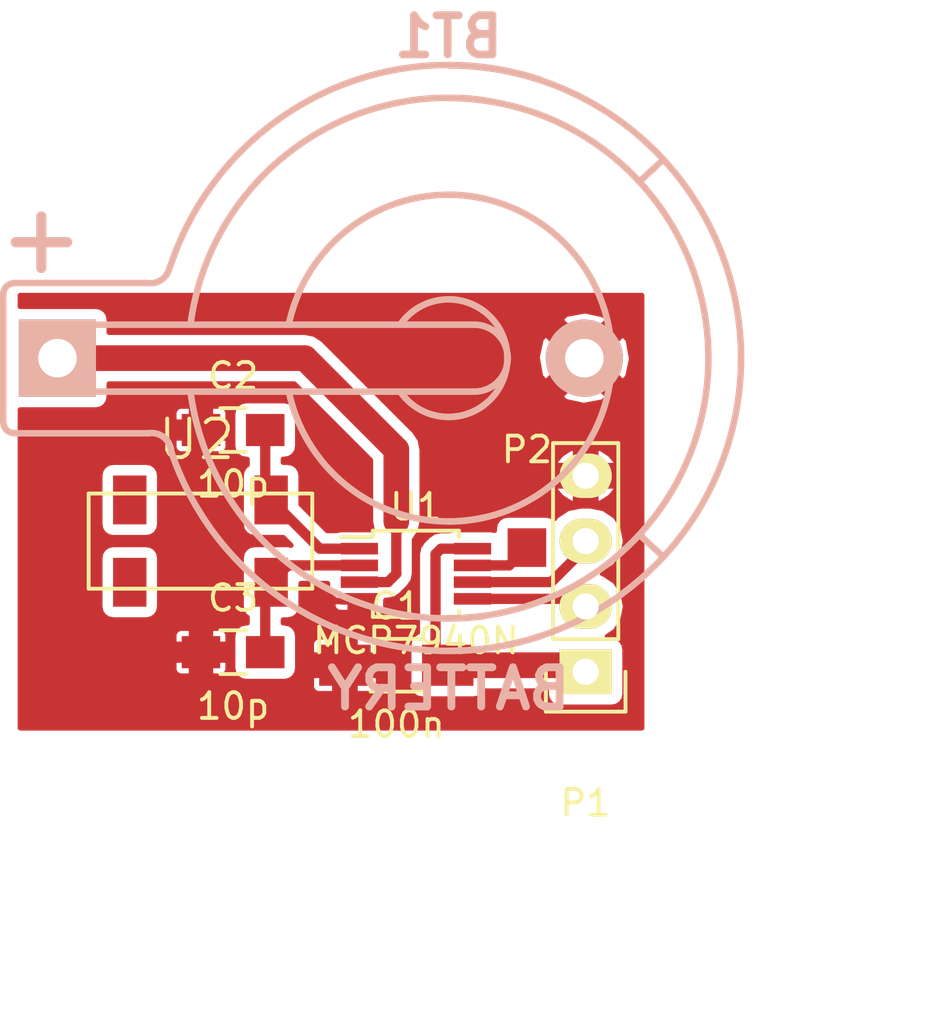
<source format=kicad_pcb>
(kicad_pcb (version 4) (host pcbnew 0.201503020946+5465~21~ubuntu14.04.1-product)

  (general
    (links 15)
    (no_connects 1)
    (area 0 0 0 0)
    (thickness 1.6)
    (drawings 4)
    (tracks 27)
    (zones 0)
    (modules 8)
    (nets 9)
  )

  (page A4)
  (layers
    (0 F.Cu signal)
    (31 B.Cu signal)
    (32 B.Adhes user)
    (33 F.Adhes user)
    (34 B.Paste user)
    (35 F.Paste user)
    (36 B.SilkS user)
    (37 F.SilkS user)
    (38 B.Mask user)
    (39 F.Mask user)
    (40 Dwgs.User user)
    (41 Cmts.User user)
    (42 Eco1.User user)
    (43 Eco2.User user)
    (44 Edge.Cuts user)
    (45 Margin user)
    (46 B.CrtYd user)
    (47 F.CrtYd user)
    (48 B.Fab user)
    (49 F.Fab user)
  )

  (setup
    (last_trace_width 0.4)
    (user_trace_width 1)
    (trace_clearance 0.2)
    (zone_clearance 0.4)
    (zone_45_only no)
    (trace_min 0.254)
    (segment_width 0.2)
    (edge_width 0.1)
    (via_size 0.889)
    (via_drill 0.635)
    (via_min_size 0.889)
    (via_min_drill 0.508)
    (uvia_size 0.508)
    (uvia_drill 0.127)
    (uvias_allowed no)
    (uvia_min_size 0.508)
    (uvia_min_drill 0.127)
    (pcb_text_width 0.3)
    (pcb_text_size 1.5 1.5)
    (mod_edge_width 0.15)
    (mod_text_size 1 1)
    (mod_text_width 0.15)
    (pad_size 1.5 1.5)
    (pad_drill 0.6)
    (pad_to_mask_clearance 0)
    (aux_axis_origin 0 0)
    (visible_elements FFFCFF7F)
    (pcbplotparams
      (layerselection 0x00000_00000001)
      (usegerberextensions false)
      (excludeedgelayer true)
      (linewidth 0.100000)
      (plotframeref false)
      (viasonmask false)
      (mode 1)
      (useauxorigin false)
      (hpglpennumber 1)
      (hpglpenspeed 20)
      (hpglpendiameter 15)
      (hpglpenoverlay 2)
      (psnegative false)
      (psa4output false)
      (plotreference true)
      (plotvalue true)
      (plotinvisibletext false)
      (padsonsilk false)
      (subtractmaskfromsilk false)
      (outputformat 4)
      (mirror true)
      (drillshape 1)
      (scaleselection 1)
      (outputdirectory ""))
  )

  (net 0 "")
  (net 1 GND)
  (net 2 +3V3)
  (net 3 "Net-(C2-Pad2)")
  (net 4 "Net-(C3-Pad2)")
  (net 5 "Net-(P1-Pad2)")
  (net 6 "Net-(P1-Pad3)")
  (net 7 "Net-(P2-Pad1)")
  (net 8 "Net-(BT1-Pad1)")

  (net_class Default "Dies ist die voreingestellte Netzklasse."
    (clearance 0.2)
    (trace_width 0.4)
    (via_dia 0.889)
    (via_drill 0.635)
    (uvia_dia 0.508)
    (uvia_drill 0.127)
    (add_net +3V3)
    (add_net GND)
    (add_net "Net-(BT1-Pad1)")
    (add_net "Net-(C2-Pad2)")
    (add_net "Net-(C3-Pad2)")
    (add_net "Net-(P1-Pad2)")
    (add_net "Net-(P1-Pad3)")
    (add_net "Net-(P2-Pad1)")
  )

  (module footprints:keystone_103 (layer B.Cu) (tedit 55033BA2) (tstamp 55033D5B)
    (at 162.052 98.298 180)
    (descr "Keystone type 103 battery holder")
    (path /55000DD9)
    (fp_text reference BT1 (at 0 12.4968 180) (layer B.SilkS)
      (effects (font (thickness 0.3048)) (justify mirror))
    )
    (fp_text value BATTERY (at 0 -12.8524 180) (layer B.SilkS)
      (effects (font (thickness 0.3048)) (justify mirror))
    )
    (fp_line (start -8.3566 -7.7216) (end -7.4422 -6.8834) (layer B.SilkS) (width 0.254))
    (fp_line (start -8.3566 7.7216) (end -7.4168 6.858) (layer B.SilkS) (width 0.254))
    (fp_arc (start 0 0) (end -1.3716 1.8288) (angle -90) (layer B.SilkS) (width 0.254))
    (fp_arc (start 0 0) (end 1.8288 -1.3716) (angle -90) (layer B.SilkS) (width 0.254))
    (fp_arc (start 0 0) (end 0 -2.286) (angle -90) (layer B.SilkS) (width 0.254))
    (fp_arc (start 0 0) (end -2.286 0) (angle -90) (layer B.SilkS) (width 0.254))
    (fp_arc (start 0 0) (end 6.1976 -1.3716) (angle -90) (layer B.SilkS) (width 0.254))
    (fp_arc (start 0 0) (end -1.397 6.1976) (angle -90) (layer B.SilkS) (width 0.254))
    (fp_arc (start 0 0) (end 0 -6.35) (angle -90) (layer B.SilkS) (width 0.254))
    (fp_arc (start 0 0) (end -6.35 -0.0254) (angle -90) (layer B.SilkS) (width 0.254))
    (fp_arc (start 0 0) (end -1.3462 10.033) (angle -90) (layer B.SilkS) (width 0.254))
    (fp_arc (start 0 0) (end 10.033 -1.3462) (angle -90) (layer B.SilkS) (width 0.254))
    (fp_arc (start 0 0) (end 0 -10.1092) (angle -90) (layer B.SilkS) (width 0.254))
    (fp_arc (start 0 0) (end -10.1092 0) (angle -90) (layer B.SilkS) (width 0.254))
    (fp_line (start 11.684 2.921) (end 16.891 2.921) (layer B.SilkS) (width 0.254))
    (fp_arc (start 0 0) (end -3.5814 10.8204) (angle -90) (layer B.SilkS) (width 0.254))
    (fp_line (start 16.891 -2.921) (end 11.684 -2.921) (layer B.SilkS) (width 0.254))
    (fp_arc (start 0 0) (end 10.795 -3.6068) (angle -90) (layer B.SilkS) (width 0.254))
    (fp_line (start 17.3228 2.54) (end 17.3228 -2.4892) (layer B.SilkS) (width 0.254))
    (fp_arc (start 0 0) (end 0 -11.3792) (angle -90) (layer B.SilkS) (width 0.254))
    (fp_arc (start 0 0) (end -11.3792 0) (angle -90) (layer B.SilkS) (width 0.254))
    (fp_line (start 15.19936 -1.30048) (end -1.00076 -1.30048) (layer B.SilkS) (width 0.254))
    (fp_line (start -1.00076 1.30048) (end 15.19936 1.30048) (layer B.SilkS) (width 0.254))
    (fp_arc (start 11.6078 3.683) (end 11.7348 2.921) (angle -90) (layer B.SilkS) (width 0.254))
    (fp_arc (start 11.557 -3.683) (end 10.795 -3.556) (angle -90) (layer B.SilkS) (width 0.254))
    (fp_line (start 14.83868 4.5085) (end 16.8402 4.5085) (layer B.SilkS) (width 0.39878))
    (fp_line (start 15.84198 3.5052) (end 15.84198 5.50926) (layer B.SilkS) (width 0.39878))
    (fp_arc (start -1.00076 0) (end -1.00076 -1.30048) (angle -90) (layer B.SilkS) (width 0.254))
    (fp_arc (start -1.00076 0) (end -2.30124 0) (angle -90) (layer B.SilkS) (width 0.254))
    (fp_line (start 15.20698 1.30048) (end 15.20698 -1.30048) (layer B.SilkS) (width 0.254))
    (fp_arc (start 16.91386 -2.50698) (end 17.31518 -2.50698) (angle -90) (layer B.SilkS) (width 0.254))
    (fp_arc (start 16.91386 2.50698) (end 16.91386 2.9083) (angle -90) (layer B.SilkS) (width 0.254))
    (pad 2 thru_hole circle (at -5.2832 0 180) (size 2.99974 2.99974) (drill 1.4986) (layers *.Cu *.Mask B.SilkS)
      (net 1 GND))
    (pad 1 thru_hole rect (at 15.2146 0 180) (size 2.9972 2.9972) (drill 1.4986) (layers *.Cu *.Mask B.SilkS)
      (net 8 "Net-(BT1-Pad1)"))
    (model walter/battery_holders/keystone_103.wrl
      (at (xyz 0 0 0))
      (scale (xyz 1 1 1))
      (rotate (xyz 0 0 0))
    )
  )

  (module Capacitors_SMD:C_1206_HandSoldering (layer F.Cu) (tedit 541A9C03) (tstamp 55033D67)
    (at 160.02 110.236)
    (descr "Capacitor SMD 1206, hand soldering")
    (tags "capacitor 1206")
    (path /5500877E)
    (attr smd)
    (fp_text reference C1 (at 0 -2.3) (layer F.SilkS)
      (effects (font (size 1 1) (thickness 0.15)))
    )
    (fp_text value 100n (at 0 2.3) (layer F.SilkS)
      (effects (font (size 1 1) (thickness 0.15)))
    )
    (fp_line (start -3.3 -1.15) (end 3.3 -1.15) (layer F.CrtYd) (width 0.05))
    (fp_line (start -3.3 1.15) (end 3.3 1.15) (layer F.CrtYd) (width 0.05))
    (fp_line (start -3.3 -1.15) (end -3.3 1.15) (layer F.CrtYd) (width 0.05))
    (fp_line (start 3.3 -1.15) (end 3.3 1.15) (layer F.CrtYd) (width 0.05))
    (fp_line (start 1 -1.025) (end -1 -1.025) (layer F.SilkS) (width 0.15))
    (fp_line (start -1 1.025) (end 1 1.025) (layer F.SilkS) (width 0.15))
    (pad 1 smd rect (at -2 0) (size 2 1.6) (layers F.Cu F.Paste F.Mask)
      (net 1 GND))
    (pad 2 smd rect (at 2 0) (size 2 1.6) (layers F.Cu F.Paste F.Mask)
      (net 2 +3V3))
    (model Capacitors_SMD/C_1206_HandSoldering.wrl
      (at (xyz 0 0 0))
      (scale (xyz 1 1 1))
      (rotate (xyz 0 0 0))
    )
  )

  (module Pin_Headers:Pin_Header_Straight_1x04 (layer F.Cu) (tedit 55033D47) (tstamp 55033D92)
    (at 167.386 110.49 180)
    (descr "Through hole pin header")
    (tags "pin header")
    (path /5501E27D)
    (fp_text reference P1 (at 0 -5.1 180) (layer F.SilkS)
      (effects (font (size 1 1) (thickness 0.15)))
    )
    (fp_text value CONN_01X04 (at 0 -3.1 180) (layer F.SilkS) hide
      (effects (font (size 1 1) (thickness 0.15)))
    )
    (fp_line (start -1.75 -1.75) (end -1.75 9.4) (layer F.CrtYd) (width 0.05))
    (fp_line (start 1.75 -1.75) (end 1.75 9.4) (layer F.CrtYd) (width 0.05))
    (fp_line (start -1.75 -1.75) (end 1.75 -1.75) (layer F.CrtYd) (width 0.05))
    (fp_line (start -1.75 9.4) (end 1.75 9.4) (layer F.CrtYd) (width 0.05))
    (fp_line (start -1.27 1.27) (end -1.27 8.89) (layer F.SilkS) (width 0.15))
    (fp_line (start 1.27 1.27) (end 1.27 8.89) (layer F.SilkS) (width 0.15))
    (fp_line (start 1.55 -1.55) (end 1.55 0) (layer F.SilkS) (width 0.15))
    (fp_line (start -1.27 8.89) (end 1.27 8.89) (layer F.SilkS) (width 0.15))
    (fp_line (start 1.27 1.27) (end -1.27 1.27) (layer F.SilkS) (width 0.15))
    (fp_line (start -1.55 0) (end -1.55 -1.55) (layer F.SilkS) (width 0.15))
    (fp_line (start -1.55 -1.55) (end 1.55 -1.55) (layer F.SilkS) (width 0.15))
    (pad 1 thru_hole rect (at 0 0 180) (size 2.032 1.7272) (drill 1.016) (layers *.Cu *.Mask F.SilkS)
      (net 2 +3V3))
    (pad 2 thru_hole oval (at 0 2.54 180) (size 2.032 1.7272) (drill 1.016) (layers *.Cu *.Mask F.SilkS)
      (net 5 "Net-(P1-Pad2)"))
    (pad 3 thru_hole oval (at 0 5.08 180) (size 2.032 1.7272) (drill 1.016) (layers *.Cu *.Mask F.SilkS)
      (net 6 "Net-(P1-Pad3)"))
    (pad 4 thru_hole oval (at 0 7.62 180) (size 2.032 1.7272) (drill 1.016) (layers *.Cu *.Mask F.SilkS)
      (net 1 GND))
    (model Pin_Headers/Pin_Header_Straight_1x04.wrl
      (at (xyz 0 -0.15 0))
      (scale (xyz 1 1 1))
      (rotate (xyz 0 0 90))
    )
  )

  (module Housings_SSOP:MSOP-8_3x3mm_Pitch0.65mm (layer F.Cu) (tedit 54130A77) (tstamp 55033DAE)
    (at 160.782 106.68)
    (descr "8-Lead Plastic Micro Small Outline Package (MS) [MSOP] (see Microchip Packaging Specification 00000049BS.pdf)")
    (tags "SSOP 0.65")
    (path /55008532)
    (attr smd)
    (fp_text reference U1 (at 0 -2.6) (layer F.SilkS)
      (effects (font (size 1 1) (thickness 0.15)))
    )
    (fp_text value MCP7940N (at 0 2.6) (layer F.SilkS)
      (effects (font (size 1 1) (thickness 0.15)))
    )
    (fp_line (start -3.2 -1.85) (end -3.2 1.85) (layer F.CrtYd) (width 0.05))
    (fp_line (start 3.2 -1.85) (end 3.2 1.85) (layer F.CrtYd) (width 0.05))
    (fp_line (start -3.2 -1.85) (end 3.2 -1.85) (layer F.CrtYd) (width 0.05))
    (fp_line (start -3.2 1.85) (end 3.2 1.85) (layer F.CrtYd) (width 0.05))
    (fp_line (start -1.675 -1.675) (end -1.675 -1.425) (layer F.SilkS) (width 0.15))
    (fp_line (start 1.675 -1.675) (end 1.675 -1.425) (layer F.SilkS) (width 0.15))
    (fp_line (start 1.675 1.675) (end 1.675 1.425) (layer F.SilkS) (width 0.15))
    (fp_line (start -1.675 1.675) (end -1.675 1.425) (layer F.SilkS) (width 0.15))
    (fp_line (start -1.675 -1.675) (end 1.675 -1.675) (layer F.SilkS) (width 0.15))
    (fp_line (start -1.675 1.675) (end 1.675 1.675) (layer F.SilkS) (width 0.15))
    (fp_line (start -1.675 -1.425) (end -2.925 -1.425) (layer F.SilkS) (width 0.15))
    (pad 1 smd rect (at -2.2 -0.975) (size 1.45 0.45) (layers F.Cu F.Paste F.Mask)
      (net 3 "Net-(C2-Pad2)"))
    (pad 2 smd rect (at -2.2 -0.325) (size 1.45 0.45) (layers F.Cu F.Paste F.Mask)
      (net 4 "Net-(C3-Pad2)"))
    (pad 3 smd rect (at -2.2 0.325) (size 1.45 0.45) (layers F.Cu F.Paste F.Mask)
      (net 8 "Net-(BT1-Pad1)"))
    (pad 4 smd rect (at -2.2 0.975) (size 1.45 0.45) (layers F.Cu F.Paste F.Mask)
      (net 1 GND))
    (pad 5 smd rect (at 2.2 0.975) (size 1.45 0.45) (layers F.Cu F.Paste F.Mask)
      (net 5 "Net-(P1-Pad2)"))
    (pad 6 smd rect (at 2.2 0.325) (size 1.45 0.45) (layers F.Cu F.Paste F.Mask)
      (net 6 "Net-(P1-Pad3)"))
    (pad 7 smd rect (at 2.2 -0.325) (size 1.45 0.45) (layers F.Cu F.Paste F.Mask)
      (net 7 "Net-(P2-Pad1)"))
    (pad 8 smd rect (at 2.2 -0.975) (size 1.45 0.45) (layers F.Cu F.Paste F.Mask)
      (net 2 +3V3))
    (model Housings_SSOP/MSOP-8_3x3mm_Pitch0.65mm.wrl
      (at (xyz 0 0 0))
      (scale (xyz 1 1 1))
      (rotate (xyz 0 0 0))
    )
  )

  (module footprints:FOX-tuning-fork (layer F.Cu) (tedit 55034052) (tstamp 55033DBA)
    (at 152.4 105.41 180)
    (path /5500847B)
    (fp_text reference U2 (at 0.15 3.95 180) (layer F.SilkS)
      (effects (font (size 1.5 1.5) (thickness 0.15)))
    )
    (fp_text value 32.768kHz (at 5.842 1.524 270) (layer F.Fab)
      (effects (font (size 1.5 1.5) (thickness 0.15)))
    )
    (fp_line (start -4.35 -1.85) (end 4.35 -1.85) (layer F.SilkS) (width 0.15))
    (fp_line (start 4.35 -1.85) (end 4.35 1.85) (layer F.SilkS) (width 0.15))
    (fp_line (start 4.35 1.85) (end -4.35 1.85) (layer F.SilkS) (width 0.15))
    (fp_line (start -4.35 1.85) (end -4.35 -1.85) (layer F.SilkS) (width 0.15))
    (pad 1 smd rect (at -2.75 -1.6 180) (size 1.3 1.9) (layers F.Cu F.Paste F.Mask)
      (net 4 "Net-(C3-Pad2)"))
    (pad 2 smd rect (at 2.75 -1.6 180) (size 1.3 1.9) (layers F.Cu F.Paste F.Mask))
    (pad 3 smd rect (at 2.75 1.6 180) (size 1.3 1.9) (layers F.Cu F.Paste F.Mask))
    (pad 4 smd rect (at -2.75 1.6 180) (size 1.3 1.9) (layers F.Cu F.Paste F.Mask)
      (net 3 "Net-(C2-Pad2)"))
  )

  (module Measurement_Points:Measurement_Point_Square-SMD-Pad_Small (layer F.Cu) (tedit 55033FC3) (tstamp 55033FD3)
    (at 165.1 105.664)
    (descr "Mesurement Point, Square, SMD Pad,  1.5mm x 1.5mm,")
    (tags "Mesurement Point, Square, SMD Pad, 1.5mm x 1.5mm,")
    (path /5501E88E)
    (fp_text reference P2 (at 0 -3.81) (layer F.SilkS)
      (effects (font (size 1 1) (thickness 0.15)))
    )
    (fp_text value CONN_01X01 (at 2.54 3.81) (layer F.SilkS) hide
      (effects (font (size 1 1) (thickness 0.15)))
    )
    (pad 1 smd rect (at 0 0) (size 1.50114 1.50114) (layers F.Cu F.Paste F.Mask)
      (net 7 "Net-(P2-Pad1)"))
  )

  (module Capacitors_SMD:C_0805_HandSoldering (layer F.Cu) (tedit 541A9B8D) (tstamp 5504354D)
    (at 153.67 101.092)
    (descr "Capacitor SMD 0805, hand soldering")
    (tags "capacitor 0805")
    (path /5500858D)
    (attr smd)
    (fp_text reference C2 (at 0 -2.1) (layer F.SilkS)
      (effects (font (size 1 1) (thickness 0.15)))
    )
    (fp_text value 10p (at 0 2.1) (layer F.SilkS)
      (effects (font (size 1 1) (thickness 0.15)))
    )
    (fp_line (start -2.3 -1) (end 2.3 -1) (layer F.CrtYd) (width 0.05))
    (fp_line (start -2.3 1) (end 2.3 1) (layer F.CrtYd) (width 0.05))
    (fp_line (start -2.3 -1) (end -2.3 1) (layer F.CrtYd) (width 0.05))
    (fp_line (start 2.3 -1) (end 2.3 1) (layer F.CrtYd) (width 0.05))
    (fp_line (start 0.5 -0.85) (end -0.5 -0.85) (layer F.SilkS) (width 0.15))
    (fp_line (start -0.5 0.85) (end 0.5 0.85) (layer F.SilkS) (width 0.15))
    (pad 1 smd rect (at -1.25 0) (size 1.5 1.25) (layers F.Cu F.Paste F.Mask)
      (net 1 GND))
    (pad 2 smd rect (at 1.25 0) (size 1.5 1.25) (layers F.Cu F.Paste F.Mask)
      (net 3 "Net-(C2-Pad2)"))
    (model Capacitors_SMD/C_0805_HandSoldering.wrl
      (at (xyz 0 0 0))
      (scale (xyz 1 1 1))
      (rotate (xyz 0 0 0))
    )
  )

  (module Capacitors_SMD:C_0805_HandSoldering (layer F.Cu) (tedit 541A9B8D) (tstamp 55043558)
    (at 153.67 109.728)
    (descr "Capacitor SMD 0805, hand soldering")
    (tags "capacitor 0805")
    (path /550085B2)
    (attr smd)
    (fp_text reference C3 (at 0 -2.1) (layer F.SilkS)
      (effects (font (size 1 1) (thickness 0.15)))
    )
    (fp_text value 10p (at 0 2.1) (layer F.SilkS)
      (effects (font (size 1 1) (thickness 0.15)))
    )
    (fp_line (start -2.3 -1) (end 2.3 -1) (layer F.CrtYd) (width 0.05))
    (fp_line (start -2.3 1) (end 2.3 1) (layer F.CrtYd) (width 0.05))
    (fp_line (start -2.3 -1) (end -2.3 1) (layer F.CrtYd) (width 0.05))
    (fp_line (start 2.3 -1) (end 2.3 1) (layer F.CrtYd) (width 0.05))
    (fp_line (start 0.5 -0.85) (end -0.5 -0.85) (layer F.SilkS) (width 0.15))
    (fp_line (start -0.5 0.85) (end 0.5 0.85) (layer F.SilkS) (width 0.15))
    (pad 1 smd rect (at -1.25 0) (size 1.5 1.25) (layers F.Cu F.Paste F.Mask)
      (net 1 GND))
    (pad 2 smd rect (at 1.25 0) (size 1.5 1.25) (layers F.Cu F.Paste F.Mask)
      (net 4 "Net-(C3-Pad2)"))
    (model Capacitors_SMD/C_0805_HandSoldering.wrl
      (at (xyz 0 0 0))
      (scale (xyz 1 1 1))
      (rotate (xyz 0 0 0))
    )
  )

  (dimension 0.2 (width 0.3) (layer Dwgs.User)
    (gr_text "0,200 mm" (at 175.37 106.03 270) (layer Dwgs.User)
      (effects (font (size 1.5 1.5) (thickness 0.3)))
    )
    (feature1 (pts (xy 163.7 106.13) (xy 176.72 106.13)))
    (feature2 (pts (xy 163.7 105.93) (xy 176.72 105.93)))
    (crossbar (pts (xy 174.02 105.93) (xy 174.02 106.13)))
    (arrow1a (pts (xy 174.02 106.13) (xy 173.433579 105.003496)))
    (arrow1b (pts (xy 174.02 106.13) (xy 174.606421 105.003496)))
    (arrow2a (pts (xy 174.02 105.93) (xy 173.433579 107.056504)))
    (arrow2b (pts (xy 174.02 105.93) (xy 174.606421 107.056504)))
  )
  (dimension 0.41 (width 0.3) (layer Dwgs.User) (tstamp 5505A494)
    (gr_text "0,410 mm" (at 165.06 105.275 90) (layer Dwgs.User) (tstamp 5505A495)
      (effects (font (size 1.5 1.5) (thickness 0.3)))
    )
    (feature1 (pts (xy 163.7 105.07) (xy 166.41 105.07)))
    (feature2 (pts (xy 163.7 105.48) (xy 166.41 105.48)))
    (crossbar (pts (xy 163.71 105.48) (xy 163.71 105.07)))
    (arrow1a (pts (xy 163.71 105.07) (xy 164.296421 106.196504)))
    (arrow1b (pts (xy 163.71 105.07) (xy 163.123579 106.196504)))
    (arrow2a (pts (xy 163.71 105.48) (xy 164.296421 104.353496)))
    (arrow2b (pts (xy 163.71 105.48) (xy 163.123579 104.353496)))
  )
  (dimension 17.018 (width 0.3) (layer Dwgs.User)
    (gr_text "17,018 mm" (at 178.896 104.267 90) (layer Dwgs.User)
      (effects (font (size 1.5 1.5) (thickness 0.3)))
    )
    (feature1 (pts (xy 169.672 95.758) (xy 180.246 95.758)))
    (feature2 (pts (xy 169.672 112.776) (xy 180.246 112.776)))
    (crossbar (pts (xy 177.546 112.776) (xy 177.546 95.758)))
    (arrow1a (pts (xy 177.546 95.758) (xy 178.132421 96.884504)))
    (arrow1b (pts (xy 177.546 95.758) (xy 176.959579 96.884504)))
    (arrow2a (pts (xy 177.546 112.776) (xy 178.132421 111.649496)))
    (arrow2b (pts (xy 177.546 112.776) (xy 176.959579 111.649496)))
  )
  (dimension 24.384 (width 0.3) (layer Dwgs.User)
    (gr_text "24,384 mm" (at 157.48 124.794) (layer Dwgs.User)
      (effects (font (size 1.5 1.5) (thickness 0.3)))
    )
    (feature1 (pts (xy 169.672 112.776) (xy 169.672 126.144)))
    (feature2 (pts (xy 145.288 112.776) (xy 145.288 126.144)))
    (crossbar (pts (xy 145.288 123.444) (xy 169.672 123.444)))
    (arrow1a (pts (xy 169.672 123.444) (xy 168.545496 124.030421)))
    (arrow1b (pts (xy 169.672 123.444) (xy 168.545496 122.857579)))
    (arrow2a (pts (xy 145.288 123.444) (xy 146.414504 124.030421)))
    (arrow2b (pts (xy 145.288 123.444) (xy 146.414504 122.857579)))
  )

  (segment (start 162.02 110.236) (end 167.132 110.236) (width 1) (layer F.Cu) (net 2))
  (segment (start 167.132 110.236) (end 167.386 110.49) (width 1) (layer F.Cu) (net 2) (tstamp 550341F8))
  (segment (start 162.982 105.705) (end 161.757 105.705) (width 0.4) (layer F.Cu) (net 2))
  (segment (start 161.544 109.76) (end 162.02 110.236) (width 0.4) (layer F.Cu) (net 2) (tstamp 5503419B))
  (segment (start 161.544 105.918) (end 161.544 109.76) (width 0.4) (layer F.Cu) (net 2) (tstamp 5503419A))
  (segment (start 161.757 105.705) (end 161.544 105.918) (width 0.4) (layer F.Cu) (net 2) (tstamp 55034199))
  (segment (start 154.92 101.092) (end 154.92 103.58) (width 0.4) (layer F.Cu) (net 3))
  (segment (start 154.92 103.58) (end 155.15 103.81) (width 0.4) (layer F.Cu) (net 3) (tstamp 550435AF))
  (segment (start 158.582 105.705) (end 157.045 105.705) (width 0.4) (layer F.Cu) (net 3))
  (segment (start 157.045 105.705) (end 155.15 103.81) (width 0.4) (layer F.Cu) (net 3) (tstamp 550341A6))
  (segment (start 154.92 109.728) (end 154.92 107.24) (width 0.4) (layer F.Cu) (net 4))
  (segment (start 154.92 107.24) (end 155.15 107.01) (width 0.4) (layer F.Cu) (net 4) (tstamp 550435B4))
  (segment (start 158.582 106.355) (end 155.805 106.355) (width 0.4) (layer F.Cu) (net 4))
  (segment (start 155.805 106.355) (end 155.15 107.01) (width 0.4) (layer F.Cu) (net 4) (tstamp 550341AC))
  (segment (start 162.982 107.655) (end 167.091 107.655) (width 0.4) (layer F.Cu) (net 5))
  (segment (start 167.091 107.655) (end 167.386 107.95) (width 0.4) (layer F.Cu) (net 5) (tstamp 5503417C))
  (segment (start 162.982 107.005) (end 166.045 107.005) (width 0.4) (layer F.Cu) (net 6))
  (segment (start 166.045 107.005) (end 167.386 105.664) (width 0.4) (layer F.Cu) (net 6) (tstamp 5503416E))
  (segment (start 167.386 105.664) (end 167.386 105.41) (width 0.4) (layer F.Cu) (net 6) (tstamp 55034177))
  (segment (start 162.982 106.355) (end 164.409 106.355) (width 0.4) (layer F.Cu) (net 7))
  (segment (start 164.409 106.355) (end 165.1 105.664) (width 0.4) (layer F.Cu) (net 7) (tstamp 55034181))
  (segment (start 156.464 98.298) (end 146.8628 98.298) (width 1) (layer F.Cu) (net 8) (tstamp 550341EB))
  (segment (start 160.02 101.854) (end 156.464 98.298) (width 1) (layer F.Cu) (net 8) (tstamp 550341D8))
  (segment (start 160.02 104.648) (end 160.02 101.854) (width 1) (layer F.Cu) (net 8))
  (segment (start 159.695 107.005) (end 160.02 106.68) (width 0.4) (layer F.Cu) (net 8) (tstamp 550341C5))
  (segment (start 160.02 106.68) (end 160.02 104.648) (width 0.4) (layer F.Cu) (net 8) (tstamp 550341C9))
  (segment (start 158.582 107.005) (end 159.695 107.005) (width 0.4) (layer F.Cu) (net 8))

  (zone (net 1) (net_name GND) (layer F.Cu) (tstamp 55034209) (hatch edge 0.508)
    (connect_pads (clearance 0.4))
    (min_thickness 0.2)
    (fill yes (arc_segments 16) (thermal_gap 0.2) (thermal_bridge_width 1))
    (polygon
      (pts
        (xy 169.672 112.776) (xy 145.288 112.776) (xy 145.288 95.758) (xy 169.672 95.758)
      )
    )
    (filled_polygon
      (pts
        (xy 169.572 112.676) (xy 169.1701 112.676) (xy 169.1701 98.327155) (xy 169.041584 97.622749) (xy 169.01927 97.568879)
        (xy 168.830079 97.368807) (xy 168.264393 97.934492) (xy 168.264393 96.803121) (xy 168.064321 96.61393) (xy 167.364355 96.4631)
        (xy 166.659949 96.591616) (xy 166.606079 96.61393) (xy 166.406007 96.803121) (xy 167.3352 97.732315) (xy 168.264393 96.803121)
        (xy 168.264393 97.934492) (xy 167.900885 98.298) (xy 168.830079 99.227193) (xy 169.01927 99.027121) (xy 169.1701 98.327155)
        (xy 169.1701 112.676) (xy 168.9317 112.676) (xy 168.9317 107.95) (xy 168.827902 107.428173) (xy 168.532311 106.985789)
        (xy 168.089927 106.690198) (xy 168.038658 106.68) (xy 168.089927 106.669802) (xy 168.532311 106.374211) (xy 168.827902 105.931827)
        (xy 168.9317 105.41) (xy 168.827902 104.888173) (xy 168.55506 104.479835) (xy 168.55506 103.436009) (xy 168.55506 102.303991)
        (xy 168.334848 102.044193) (xy 168.264393 101.998938) (xy 168.264393 99.792879) (xy 167.3352 98.863685) (xy 166.769515 99.42937)
        (xy 166.769515 98.298) (xy 165.840321 97.368807) (xy 165.65113 97.568879) (xy 165.5003 98.268845) (xy 165.628816 98.973251)
        (xy 165.65113 99.027121) (xy 165.840321 99.227193) (xy 166.769515 98.298) (xy 166.769515 99.42937) (xy 166.406007 99.792879)
        (xy 166.606079 99.98207) (xy 167.306045 100.1329) (xy 168.010451 100.004384) (xy 168.064321 99.98207) (xy 168.264393 99.792879)
        (xy 168.264393 101.998938) (xy 167.958199 101.802266) (xy 167.786 101.824741) (xy 167.786 102.47) (xy 168.550848 102.47)
        (xy 168.55506 102.303991) (xy 168.55506 103.436009) (xy 168.550848 103.27) (xy 167.786 103.27) (xy 167.786 103.915259)
        (xy 167.958199 103.937734) (xy 168.334848 103.695807) (xy 168.55506 103.436009) (xy 168.55506 104.479835) (xy 168.532311 104.445789)
        (xy 168.089927 104.150198) (xy 167.5681 104.0464) (xy 167.2039 104.0464) (xy 166.986 104.089743) (xy 166.986 103.915259)
        (xy 166.986 103.27) (xy 166.986 102.47) (xy 166.986 101.824741) (xy 166.813801 101.802266) (xy 166.437152 102.044193)
        (xy 166.21694 102.303991) (xy 166.221152 102.47) (xy 166.986 102.47) (xy 166.986 103.27) (xy 166.221152 103.27)
        (xy 166.21694 103.436009) (xy 166.437152 103.695807) (xy 166.813801 103.937734) (xy 166.986 103.915259) (xy 166.986 104.089743)
        (xy 166.682073 104.150198) (xy 166.239689 104.445789) (xy 166.181096 104.533478) (xy 166.047137 104.443055) (xy 165.85057 104.403634)
        (xy 164.34943 104.403634) (xy 164.158782 104.440625) (xy 163.991219 104.550695) (xy 163.879055 104.716863) (xy 163.839634 104.91343)
        (xy 163.839634 104.996803) (xy 163.707 104.970204) (xy 162.257 104.970204) (xy 162.077664 105.005) (xy 161.757 105.005)
        (xy 161.489122 105.058284) (xy 161.262025 105.210025) (xy 161.262022 105.210028) (xy 161.049025 105.423025) (xy 160.897284 105.650121)
        (xy 160.844 105.918) (xy 160.844 108.960352) (xy 160.829352 108.963195) (xy 160.661789 109.073265) (xy 160.549625 109.239433)
        (xy 160.510204 109.436) (xy 160.510204 111.036) (xy 160.547195 111.226648) (xy 160.657265 111.394211) (xy 160.823433 111.506375)
        (xy 161.02 111.545796) (xy 163.02 111.545796) (xy 163.210648 111.508805) (xy 163.378211 111.398735) (xy 163.488057 111.236)
        (xy 165.860204 111.236) (xy 165.860204 111.3536) (xy 165.897195 111.544248) (xy 166.007265 111.711811) (xy 166.173433 111.823975)
        (xy 166.37 111.863396) (xy 168.402 111.863396) (xy 168.592648 111.826405) (xy 168.760211 111.716335) (xy 168.872375 111.550167)
        (xy 168.911796 111.3536) (xy 168.911796 109.6264) (xy 168.874805 109.435752) (xy 168.764735 109.268189) (xy 168.598567 109.156025)
        (xy 168.402 109.116604) (xy 168.229407 109.116604) (xy 168.532311 108.914211) (xy 168.827902 108.471827) (xy 168.9317 107.95)
        (xy 168.9317 112.676) (xy 159.607 112.676) (xy 159.32 112.676) (xy 159.32 111.095673) (xy 159.32 110.976326)
        (xy 159.32 110.711) (xy 159.32 109.761) (xy 159.32 109.495674) (xy 159.32 109.376327) (xy 159.274328 109.266064)
        (xy 159.189937 109.181672) (xy 159.079674 109.136) (xy 158.495 109.136) (xy 158.42 109.211) (xy 158.42 109.836)
        (xy 159.245 109.836) (xy 159.32 109.761) (xy 159.32 110.711) (xy 159.245 110.636) (xy 158.42 110.636)
        (xy 158.42 111.261) (xy 158.495 111.336) (xy 159.079674 111.336) (xy 159.189937 111.290328) (xy 159.274328 111.205936)
        (xy 159.32 111.095673) (xy 159.32 112.676) (xy 158.2195 112.676) (xy 158.2195 108.105) (xy 158.2195 107.7675)
        (xy 157.632 107.7675) (xy 157.557 107.8425) (xy 157.557 107.939673) (xy 157.602672 108.049936) (xy 157.687063 108.134328)
        (xy 157.797326 108.18) (xy 158.1445 108.18) (xy 158.2195 108.105) (xy 158.2195 112.676) (xy 157.62 112.676)
        (xy 157.62 111.261) (xy 157.62 110.636) (xy 157.62 109.836) (xy 157.62 109.211) (xy 157.545 109.136)
        (xy 156.960326 109.136) (xy 156.850063 109.181672) (xy 156.765672 109.266064) (xy 156.72 109.376327) (xy 156.72 109.495674)
        (xy 156.72 109.761) (xy 156.795 109.836) (xy 157.62 109.836) (xy 157.62 110.636) (xy 156.795 110.636)
        (xy 156.72 110.711) (xy 156.72 110.976326) (xy 156.72 111.095673) (xy 156.765672 111.205936) (xy 156.850063 111.290328)
        (xy 156.960326 111.336) (xy 157.545 111.336) (xy 157.62 111.261) (xy 157.62 112.676) (xy 153.47 112.676)
        (xy 153.47 110.412673) (xy 153.47 110.293326) (xy 153.47 110.1155) (xy 153.47 109.3405) (xy 153.47 109.162674)
        (xy 153.47 109.043327) (xy 153.47 101.776673) (xy 153.47 101.657326) (xy 153.47 101.4795) (xy 153.47 100.7045)
        (xy 153.47 100.526674) (xy 153.47 100.407327) (xy 153.424328 100.297064) (xy 153.339937 100.212672) (xy 153.229674 100.167)
        (xy 152.87 100.167) (xy 152.795 100.242) (xy 152.795 100.7795) (xy 153.395 100.7795) (xy 153.47 100.7045)
        (xy 153.47 101.4795) (xy 153.395 101.4045) (xy 152.795 101.4045) (xy 152.795 101.942) (xy 152.87 102.017)
        (xy 153.229674 102.017) (xy 153.339937 101.971328) (xy 153.424328 101.886936) (xy 153.47 101.776673) (xy 153.47 109.043327)
        (xy 153.424328 108.933064) (xy 153.339937 108.848672) (xy 153.229674 108.803) (xy 152.87 108.803) (xy 152.795 108.878)
        (xy 152.795 109.4155) (xy 153.395 109.4155) (xy 153.47 109.3405) (xy 153.47 110.1155) (xy 153.395 110.0405)
        (xy 152.795 110.0405) (xy 152.795 110.578) (xy 152.87 110.653) (xy 153.229674 110.653) (xy 153.339937 110.607328)
        (xy 153.424328 110.522936) (xy 153.47 110.412673) (xy 153.47 112.676) (xy 152.045 112.676) (xy 152.045 110.578)
        (xy 152.045 110.0405) (xy 152.045 109.4155) (xy 152.045 108.878) (xy 152.045 101.942) (xy 152.045 101.4045)
        (xy 152.045 100.7795) (xy 152.045 100.242) (xy 151.97 100.167) (xy 151.610326 100.167) (xy 151.500063 100.212672)
        (xy 151.415672 100.297064) (xy 151.37 100.407327) (xy 151.37 100.526674) (xy 151.37 100.7045) (xy 151.445 100.7795)
        (xy 152.045 100.7795) (xy 152.045 101.4045) (xy 151.445 101.4045) (xy 151.37 101.4795) (xy 151.37 101.657326)
        (xy 151.37 101.776673) (xy 151.415672 101.886936) (xy 151.500063 101.971328) (xy 151.610326 102.017) (xy 151.97 102.017)
        (xy 152.045 101.942) (xy 152.045 108.878) (xy 151.97 108.803) (xy 151.610326 108.803) (xy 151.500063 108.848672)
        (xy 151.415672 108.933064) (xy 151.37 109.043327) (xy 151.37 109.162674) (xy 151.37 109.3405) (xy 151.445 109.4155)
        (xy 152.045 109.4155) (xy 152.045 110.0405) (xy 151.445 110.0405) (xy 151.37 110.1155) (xy 151.37 110.293326)
        (xy 151.37 110.412673) (xy 151.415672 110.522936) (xy 151.500063 110.607328) (xy 151.610326 110.653) (xy 151.97 110.653)
        (xy 152.045 110.578) (xy 152.045 112.676) (xy 150.809796 112.676) (xy 150.809796 107.96) (xy 150.809796 106.06)
        (xy 150.809796 104.76) (xy 150.809796 102.86) (xy 150.772805 102.669352) (xy 150.662735 102.501789) (xy 150.496567 102.389625)
        (xy 150.3 102.350204) (xy 149 102.350204) (xy 148.809352 102.387195) (xy 148.641789 102.497265) (xy 148.529625 102.663433)
        (xy 148.490204 102.86) (xy 148.490204 104.76) (xy 148.527195 104.950648) (xy 148.637265 105.118211) (xy 148.803433 105.230375)
        (xy 149 105.269796) (xy 150.3 105.269796) (xy 150.490648 105.232805) (xy 150.658211 105.122735) (xy 150.770375 104.956567)
        (xy 150.809796 104.76) (xy 150.809796 106.06) (xy 150.772805 105.869352) (xy 150.662735 105.701789) (xy 150.496567 105.589625)
        (xy 150.3 105.550204) (xy 149 105.550204) (xy 148.809352 105.587195) (xy 148.641789 105.697265) (xy 148.529625 105.863433)
        (xy 148.490204 106.06) (xy 148.490204 107.96) (xy 148.527195 108.150648) (xy 148.637265 108.318211) (xy 148.803433 108.430375)
        (xy 149 108.469796) (xy 150.3 108.469796) (xy 150.490648 108.432805) (xy 150.658211 108.322735) (xy 150.770375 108.156567)
        (xy 150.809796 107.96) (xy 150.809796 112.676) (xy 145.388 112.676) (xy 145.388 100.306396) (xy 148.336 100.306396)
        (xy 148.526648 100.269405) (xy 148.694211 100.159335) (xy 148.806375 99.993167) (xy 148.845796 99.7966) (xy 148.845796 99.298)
        (xy 156.049786 99.298) (xy 159.02 102.268213) (xy 159.02 104.648) (xy 159.08409 104.970204) (xy 157.857 104.970204)
        (xy 157.677664 105.005) (xy 157.33495 105.005) (xy 156.309796 103.979846) (xy 156.309796 102.86) (xy 156.272805 102.669352)
        (xy 156.162735 102.501789) (xy 155.996567 102.389625) (xy 155.8 102.350204) (xy 155.62 102.350204) (xy 155.62 102.226796)
        (xy 155.67 102.226796) (xy 155.860648 102.189805) (xy 156.028211 102.079735) (xy 156.140375 101.913567) (xy 156.179796 101.717)
        (xy 156.179796 100.467) (xy 156.142805 100.276352) (xy 156.032735 100.108789) (xy 155.866567 99.996625) (xy 155.67 99.957204)
        (xy 154.17 99.957204) (xy 153.979352 99.994195) (xy 153.811789 100.104265) (xy 153.699625 100.270433) (xy 153.660204 100.467)
        (xy 153.660204 101.717) (xy 153.697195 101.907648) (xy 153.807265 102.075211) (xy 153.973433 102.187375) (xy 154.17 102.226796)
        (xy 154.22 102.226796) (xy 154.22 102.445889) (xy 154.141789 102.497265) (xy 154.029625 102.663433) (xy 153.990204 102.86)
        (xy 153.990204 104.76) (xy 154.027195 104.950648) (xy 154.137265 105.118211) (xy 154.303433 105.230375) (xy 154.5 105.269796)
        (xy 155.619846 105.269796) (xy 155.925403 105.575353) (xy 155.8 105.550204) (xy 154.5 105.550204) (xy 154.309352 105.587195)
        (xy 154.141789 105.697265) (xy 154.029625 105.863433) (xy 153.990204 106.06) (xy 153.990204 107.96) (xy 154.027195 108.150648)
        (xy 154.137265 108.318211) (xy 154.22 108.374057) (xy 154.22 108.593204) (xy 154.17 108.593204) (xy 153.979352 108.630195)
        (xy 153.811789 108.740265) (xy 153.699625 108.906433) (xy 153.660204 109.103) (xy 153.660204 110.353) (xy 153.697195 110.543648)
        (xy 153.807265 110.711211) (xy 153.973433 110.823375) (xy 154.17 110.862796) (xy 155.67 110.862796) (xy 155.860648 110.825805)
        (xy 156.028211 110.715735) (xy 156.140375 110.549567) (xy 156.179796 110.353) (xy 156.179796 109.103) (xy 156.142805 108.912352)
        (xy 156.032735 108.744789) (xy 155.866567 108.632625) (xy 155.67 108.593204) (xy 155.62 108.593204) (xy 155.62 108.469796)
        (xy 155.8 108.469796) (xy 155.990648 108.432805) (xy 156.158211 108.322735) (xy 156.270375 108.156567) (xy 156.309796 107.96)
        (xy 156.309796 107.055) (xy 157.347204 107.055) (xy 157.347204 107.23) (xy 157.384195 107.420648) (xy 157.494265 107.588211)
        (xy 157.660433 107.700375) (xy 157.857 107.739796) (xy 159.002 107.739796) (xy 159.002 107.7675) (xy 158.9445 107.7675)
        (xy 158.9445 108.105) (xy 159.0195 108.18) (xy 159.366674 108.18) (xy 159.476937 108.134328) (xy 159.556262 108.055002)
        (xy 159.607 108.055002) (xy 159.607 107.939673) (xy 159.607 107.8425) (xy 159.607 107.705) (xy 159.695 107.705)
        (xy 159.962878 107.651716) (xy 159.962879 107.651716) (xy 160.189975 107.499975) (xy 160.514971 107.174977) (xy 160.514974 107.174975)
        (xy 160.514975 107.174975) (xy 160.666715 106.947879) (xy 160.666716 106.947878) (xy 160.72 106.68) (xy 160.72 105.359855)
        (xy 160.727107 105.355107) (xy 160.94388 105.030683) (xy 161.02 104.648) (xy 161.02 101.854) (xy 160.94388 101.471317)
        (xy 160.943879 101.471316) (xy 160.727107 101.146893) (xy 160.727103 101.14689) (xy 157.171107 97.590893) (xy 156.846684 97.37412)
        (xy 156.464 97.298) (xy 148.845796 97.298) (xy 148.845796 96.7994) (xy 148.808805 96.608752) (xy 148.698735 96.441189)
        (xy 148.532567 96.329025) (xy 148.336 96.289604) (xy 145.388 96.289604) (xy 145.388 95.858) (xy 169.572 95.858)
        (xy 169.572 112.676)
      )
    )
  )
)

</source>
